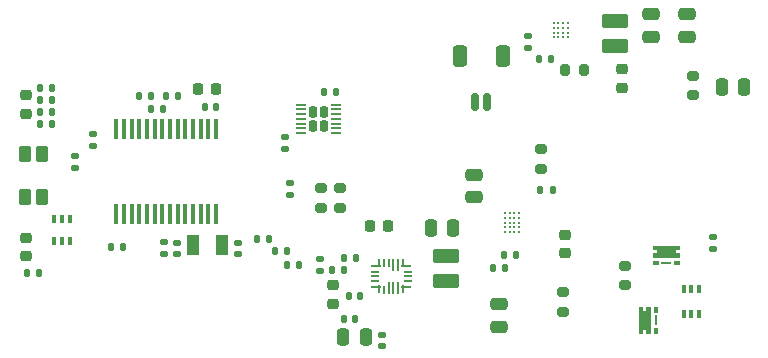
<source format=gbp>
%TF.GenerationSoftware,KiCad,Pcbnew,8.0.6*%
%TF.CreationDate,2024-11-01T16:23:12+09:00*%
%TF.ProjectId,powerups,706f7765-7275-4707-932e-6b696361645f,0.9.2*%
%TF.SameCoordinates,Original*%
%TF.FileFunction,Paste,Bot*%
%TF.FilePolarity,Positive*%
%FSLAX46Y46*%
G04 Gerber Fmt 4.6, Leading zero omitted, Abs format (unit mm)*
G04 Created by KiCad (PCBNEW 8.0.6) date 2024-11-01 16:23:12*
%MOMM*%
%LPD*%
G01*
G04 APERTURE LIST*
G04 Aperture macros list*
%AMRoundRect*
0 Rectangle with rounded corners*
0 $1 Rounding radius*
0 $2 $3 $4 $5 $6 $7 $8 $9 X,Y pos of 4 corners*
0 Add a 4 corners polygon primitive as box body*
4,1,4,$2,$3,$4,$5,$6,$7,$8,$9,$2,$3,0*
0 Add four circle primitives for the rounded corners*
1,1,$1+$1,$2,$3*
1,1,$1+$1,$4,$5*
1,1,$1+$1,$6,$7*
1,1,$1+$1,$8,$9*
0 Add four rect primitives between the rounded corners*
20,1,$1+$1,$2,$3,$4,$5,0*
20,1,$1+$1,$4,$5,$6,$7,0*
20,1,$1+$1,$6,$7,$8,$9,0*
20,1,$1+$1,$8,$9,$2,$3,0*%
%AMFreePoly0*
4,1,33,2.048839,0.848839,2.052500,0.840000,2.052500,0.460000,2.048839,0.451161,2.040000,0.447500,1.692500,0.447500,1.692500,0.202500,2.040000,0.202500,2.048839,0.198839,2.052500,0.190000,2.052500,-0.190000,2.048839,-0.198839,2.040000,-0.202500,-0.240000,-0.202500,-0.246036,-0.200000,-0.250000,-0.200000,-0.250000,-0.196035,-0.252500,-0.190000,-0.252500,0.190000,-0.250000,0.196035,
-0.250000,0.200000,-0.246036,0.200000,-0.240000,0.202500,0.107500,0.202500,0.107500,0.447500,-0.240000,0.447500,-0.248839,0.451161,-0.252500,0.460000,-0.252500,0.840000,-0.248839,0.848839,-0.240000,0.852500,2.040000,0.852500,2.048839,0.848839,2.048839,0.848839,$1*%
G04 Aperture macros list end*
%ADD10C,0.010000*%
%ADD11R,0.350000X0.650000*%
%ADD12RoundRect,0.135000X-0.135000X-0.185000X0.135000X-0.185000X0.135000X0.185000X-0.135000X0.185000X0*%
%ADD13RoundRect,0.250000X0.250000X0.475000X-0.250000X0.475000X-0.250000X-0.475000X0.250000X-0.475000X0*%
%ADD14RoundRect,0.135000X0.135000X0.185000X-0.135000X0.185000X-0.135000X-0.185000X0.135000X-0.185000X0*%
%ADD15RoundRect,0.250000X0.275000X-0.450000X0.275000X0.450000X-0.275000X0.450000X-0.275000X-0.450000X0*%
%ADD16C,0.250000*%
%ADD17RoundRect,0.250000X0.475000X-0.250000X0.475000X0.250000X-0.475000X0.250000X-0.475000X-0.250000X0*%
%ADD18RoundRect,0.180000X0.180000X0.295000X-0.180000X0.295000X-0.180000X-0.295000X0.180000X-0.295000X0*%
%ADD19RoundRect,0.050000X0.337500X0.050000X-0.337500X0.050000X-0.337500X-0.050000X0.337500X-0.050000X0*%
%ADD20RoundRect,0.140000X-0.170000X0.140000X-0.170000X-0.140000X0.170000X-0.140000X0.170000X0.140000X0*%
%ADD21R,0.400000X0.500000*%
%ADD22FreePoly0,270.000000*%
%ADD23R,0.285000X0.920000*%
%ADD24RoundRect,0.200000X-0.275000X0.200000X-0.275000X-0.200000X0.275000X-0.200000X0.275000X0.200000X0*%
%ADD25RoundRect,0.135000X0.185000X-0.135000X0.185000X0.135000X-0.185000X0.135000X-0.185000X-0.135000X0*%
%ADD26RoundRect,0.225000X0.250000X-0.225000X0.250000X0.225000X-0.250000X0.225000X-0.250000X-0.225000X0*%
%ADD27RoundRect,0.225000X-0.225000X-0.250000X0.225000X-0.250000X0.225000X0.250000X-0.225000X0.250000X0*%
%ADD28RoundRect,0.140000X0.140000X0.170000X-0.140000X0.170000X-0.140000X-0.170000X0.140000X-0.170000X0*%
%ADD29RoundRect,0.100000X-0.100000X0.225000X-0.100000X-0.225000X0.100000X-0.225000X0.100000X0.225000X0*%
%ADD30RoundRect,0.218750X0.256250X-0.218750X0.256250X0.218750X-0.256250X0.218750X-0.256250X-0.218750X0*%
%ADD31R,0.450000X1.750000*%
%ADD32RoundRect,0.200000X-0.200000X-0.275000X0.200000X-0.275000X0.200000X0.275000X-0.200000X0.275000X0*%
%ADD33RoundRect,0.200000X0.275000X-0.200000X0.275000X0.200000X-0.275000X0.200000X-0.275000X-0.200000X0*%
%ADD34RoundRect,0.140000X-0.140000X-0.170000X0.140000X-0.170000X0.140000X0.170000X-0.140000X0.170000X0*%
%ADD35R,1.000000X1.800000*%
%ADD36RoundRect,0.225000X-0.250000X0.225000X-0.250000X-0.225000X0.250000X-0.225000X0.250000X0.225000X0*%
%ADD37RoundRect,0.225000X0.225000X0.250000X-0.225000X0.250000X-0.225000X-0.250000X0.225000X-0.250000X0*%
%ADD38RoundRect,0.250000X-0.250000X-0.475000X0.250000X-0.475000X0.250000X0.475000X-0.250000X0.475000X0*%
%ADD39RoundRect,0.140000X0.170000X-0.140000X0.170000X0.140000X-0.170000X0.140000X-0.170000X-0.140000X0*%
%ADD40RoundRect,0.250000X-0.350000X-0.650000X0.350000X-0.650000X0.350000X0.650000X-0.350000X0.650000X0*%
%ADD41RoundRect,0.150000X-0.150000X-0.625000X0.150000X-0.625000X0.150000X0.625000X-0.150000X0.625000X0*%
%ADD42RoundRect,0.250000X-0.475000X0.250000X-0.475000X-0.250000X0.475000X-0.250000X0.475000X0.250000X0*%
%ADD43R,0.500000X0.400000*%
%ADD44FreePoly0,180.000000*%
%ADD45R,0.920000X0.285000*%
%ADD46RoundRect,0.135000X-0.185000X0.135000X-0.185000X-0.135000X0.185000X-0.135000X0.185000X0.135000X0*%
%ADD47RoundRect,0.250000X0.850000X-0.375000X0.850000X0.375000X-0.850000X0.375000X-0.850000X-0.375000X0*%
%ADD48RoundRect,0.050000X-0.337500X-0.050000X0.337500X-0.050000X0.337500X0.050000X-0.337500X0.050000X0*%
%ADD49RoundRect,0.050000X-0.050000X-0.300000X0.050000X-0.300000X0.050000X0.300000X-0.050000X0.300000X0*%
%ADD50RoundRect,0.050000X-0.262500X-0.050000X0.262500X-0.050000X0.262500X0.050000X-0.262500X0.050000X0*%
%ADD51RoundRect,0.050000X-0.050000X-0.259500X0.050000X-0.259500X0.050000X0.259500X-0.050000X0.259500X0*%
%ADD52RoundRect,0.050000X-0.050000X-0.450000X0.050000X-0.450000X0.050000X0.450000X-0.050000X0.450000X0*%
%ADD53RoundRect,0.050000X-0.362500X-0.050000X0.362500X-0.050000X0.362500X0.050000X-0.362500X0.050000X0*%
%ADD54RoundRect,0.050000X-0.250000X-0.050000X0.250000X-0.050000X0.250000X0.050000X-0.250000X0.050000X0*%
G04 APERTURE END LIST*
D10*
%TO.C,Q3*%
X149835027Y-109730000D02*
X149095000Y-109730000D01*
X149095000Y-108809721D01*
X149835027Y-108809721D01*
X149835027Y-109730000D01*
G36*
X149835027Y-109730000D02*
G01*
X149095000Y-109730000D01*
X149095000Y-108809721D01*
X149835027Y-108809721D01*
X149835027Y-109730000D01*
G37*
%TO.C,Q2*%
X151750279Y-103835027D02*
X150830000Y-103835027D01*
X150830000Y-103095000D01*
X151750279Y-103095000D01*
X151750279Y-103835027D01*
G36*
X151750279Y-103835027D02*
G01*
X150830000Y-103835027D01*
X150830000Y-103095000D01*
X151750279Y-103095000D01*
X151750279Y-103835027D01*
G37*
%TD*%
D11*
%TO.C,U5*%
X154052500Y-108757500D03*
X153402500Y-108757500D03*
X152752500Y-108757500D03*
X152752500Y-106657500D03*
X153402500Y-106657500D03*
X154052500Y-106657500D03*
%TD*%
D12*
%TO.C,R27*%
X97140000Y-105300000D03*
X98160000Y-105300000D03*
%TD*%
D13*
%TO.C,C13*%
X125820000Y-110730000D03*
X123920000Y-110730000D03*
%TD*%
D14*
%TO.C,R19*%
X107660000Y-90270000D03*
X106640000Y-90270000D03*
%TD*%
D15*
%TO.C,BTN1*%
X98375000Y-98830000D03*
X98375000Y-95230000D03*
X96935000Y-98830000D03*
X96935000Y-95230000D03*
%TD*%
D16*
%TO.C,U1*%
X138800000Y-100220000D03*
X138400000Y-100220000D03*
X138000000Y-100220000D03*
X137600000Y-100220000D03*
X138800000Y-100620000D03*
X138400000Y-100620000D03*
X138000000Y-100620000D03*
X137600000Y-100620000D03*
X138800000Y-101020000D03*
X138400000Y-101020000D03*
X138000000Y-101020000D03*
X137600000Y-101020000D03*
X138800000Y-101420000D03*
X138400000Y-101420000D03*
X138000000Y-101420000D03*
X137600000Y-101420000D03*
X138800000Y-101820000D03*
X138400000Y-101820000D03*
X138000000Y-101820000D03*
X137600000Y-101820000D03*
%TD*%
D17*
%TO.C,C2*%
X135030000Y-98850000D03*
X135030000Y-96950000D03*
%TD*%
D18*
%TO.C,U7*%
X122270000Y-92820000D03*
X122270000Y-91640000D03*
X121380000Y-92820000D03*
X121380000Y-91640000D03*
D19*
X123312500Y-91030000D03*
X123312500Y-91430000D03*
X123312500Y-91830000D03*
X123312500Y-92230000D03*
X123312500Y-92630000D03*
X123312500Y-93030000D03*
X123312500Y-93430000D03*
X120337500Y-93430000D03*
X120337500Y-93030000D03*
X120337500Y-92630000D03*
X120337500Y-92230000D03*
X120337500Y-91830000D03*
X120337500Y-91430000D03*
X120337500Y-91030000D03*
%TD*%
D20*
%TO.C,C5*%
X109850000Y-102700000D03*
X109850000Y-103660000D03*
%TD*%
D21*
%TO.C,Q3*%
X150440000Y-108370000D03*
X149790000Y-108370000D03*
D22*
X149140000Y-108370000D03*
D21*
X149790000Y-110170000D03*
X149140000Y-110170000D03*
D23*
X150440000Y-109270000D03*
D21*
X150440000Y-110170000D03*
%TD*%
D24*
%TO.C,R4*%
X142550000Y-106895000D03*
X142550000Y-108545000D03*
%TD*%
D25*
%TO.C,R30*%
X119410000Y-98700000D03*
X119410000Y-97680000D03*
%TD*%
D26*
%TO.C,C17*%
X123070000Y-107860000D03*
X123070000Y-106310000D03*
%TD*%
D14*
%TO.C,R6*%
X138580000Y-103760000D03*
X137560000Y-103760000D03*
%TD*%
D26*
%TO.C,C11*%
X142660000Y-103620000D03*
X142660000Y-102070000D03*
%TD*%
D27*
%TO.C,C21*%
X111630000Y-89680000D03*
X113180000Y-89680000D03*
%TD*%
D25*
%TO.C,R15*%
X139550000Y-86260000D03*
X139550000Y-85240000D03*
%TD*%
D28*
%TO.C,C14*%
X124910000Y-109130000D03*
X123950000Y-109130000D03*
%TD*%
D29*
%TO.C,Q1*%
X99460000Y-100670000D03*
X100110000Y-100670000D03*
X100760000Y-100670000D03*
X100760000Y-102570000D03*
X100110000Y-102570000D03*
X99460000Y-102570000D03*
%TD*%
D12*
%TO.C,R26*%
X104290000Y-103060000D03*
X105310000Y-103060000D03*
%TD*%
D30*
%TO.C,LED2*%
X97050000Y-103850000D03*
X97050000Y-102275000D03*
%TD*%
%TO.C,LED1*%
X97020000Y-91777500D03*
X97020000Y-90202500D03*
%TD*%
D12*
%TO.C,R14*%
X140500000Y-87140000D03*
X141520000Y-87140000D03*
%TD*%
%TO.C,R11*%
X122950000Y-105020000D03*
X123970000Y-105020000D03*
%TD*%
D28*
%TO.C,C19*%
X123270000Y-89930000D03*
X122310000Y-89930000D03*
%TD*%
D31*
%TO.C,U4*%
X104700000Y-93100000D03*
X105350000Y-93100000D03*
X106000000Y-93100000D03*
X106650000Y-93100000D03*
X107300000Y-93100000D03*
X107950000Y-93100000D03*
X108600000Y-93100000D03*
X109250000Y-93100000D03*
X109900000Y-93100000D03*
X110550000Y-93100000D03*
X111200000Y-93100000D03*
X111850000Y-93100000D03*
X112500000Y-93100000D03*
X113150000Y-93100000D03*
X113150000Y-100300000D03*
X112500000Y-100300000D03*
X111850000Y-100300000D03*
X111200000Y-100300000D03*
X110550000Y-100300000D03*
X109900000Y-100300000D03*
X109250000Y-100300000D03*
X108600000Y-100300000D03*
X107950000Y-100300000D03*
X107300000Y-100300000D03*
X106650000Y-100300000D03*
X106000000Y-100300000D03*
X105350000Y-100300000D03*
X104700000Y-100300000D03*
%TD*%
D12*
%TO.C,R28*%
X123970000Y-103980000D03*
X124990000Y-103980000D03*
%TD*%
D32*
%TO.C,R13*%
X142695000Y-88110000D03*
X144345000Y-88110000D03*
%TD*%
D24*
%TO.C,R5*%
X140700000Y-94785000D03*
X140700000Y-96435000D03*
%TD*%
D33*
%TO.C,R12*%
X123620000Y-99750000D03*
X123620000Y-98100000D03*
%TD*%
D24*
%TO.C,R24*%
X147816250Y-104670000D03*
X147816250Y-106320000D03*
%TD*%
D14*
%TO.C,R7*%
X99290000Y-90660000D03*
X98270000Y-90660000D03*
%TD*%
D34*
%TO.C,C9*%
X136640000Y-104840000D03*
X137600000Y-104840000D03*
%TD*%
D12*
%TO.C,R25*%
X116650000Y-102370000D03*
X117670000Y-102370000D03*
%TD*%
D35*
%TO.C,Y1*%
X111180000Y-102920000D03*
X113680000Y-102920000D03*
%TD*%
D34*
%TO.C,C10*%
X108930000Y-90300000D03*
X109890000Y-90300000D03*
%TD*%
D36*
%TO.C,C6*%
X147540000Y-88040000D03*
X147540000Y-89590000D03*
%TD*%
D16*
%TO.C,U3*%
X141735000Y-85335000D03*
X142135000Y-85335000D03*
X142535000Y-85335000D03*
X142935000Y-85335000D03*
X141735000Y-84935000D03*
X142135000Y-84935000D03*
X142535000Y-84935000D03*
X142935000Y-84935000D03*
X141735000Y-84535000D03*
X142135000Y-84535000D03*
X142535000Y-84535000D03*
X142935000Y-84535000D03*
X141735000Y-84135000D03*
X142135000Y-84135000D03*
X142535000Y-84135000D03*
X142935000Y-84135000D03*
%TD*%
D17*
%TO.C,C7*%
X149950000Y-85260000D03*
X149950000Y-83360000D03*
%TD*%
D37*
%TO.C,C15*%
X127725000Y-101310000D03*
X126175000Y-101310000D03*
%TD*%
D34*
%TO.C,C22*%
X112220000Y-91230000D03*
X113180000Y-91230000D03*
%TD*%
D38*
%TO.C,C1*%
X155980000Y-89500000D03*
X157880000Y-89500000D03*
%TD*%
D39*
%TO.C,C23*%
X108780000Y-103650000D03*
X108780000Y-102690000D03*
%TD*%
D24*
%TO.C,R18*%
X153516250Y-88580000D03*
X153516250Y-90230000D03*
%TD*%
D40*
%TO.C,CONN6*%
X133810000Y-86940000D03*
X137410000Y-86940000D03*
D41*
X135110000Y-90815000D03*
X136110000Y-90815000D03*
%TD*%
D42*
%TO.C,C3*%
X137100000Y-107920000D03*
X137100000Y-109820000D03*
%TD*%
D43*
%TO.C,Q2*%
X152190000Y-104440000D03*
X152190000Y-103790000D03*
D44*
X152190000Y-103140000D03*
D43*
X150390000Y-103790000D03*
X150390000Y-103140000D03*
D45*
X151290000Y-104440000D03*
D43*
X150390000Y-104440000D03*
%TD*%
D34*
%TO.C,C16*%
X124410000Y-107240000D03*
X125370000Y-107240000D03*
%TD*%
D20*
%TO.C,C20*%
X119000000Y-93790000D03*
X119000000Y-94750000D03*
%TD*%
D46*
%TO.C,R23*%
X155210000Y-102210000D03*
X155210000Y-103230000D03*
%TD*%
D14*
%TO.C,R21*%
X108630000Y-91360000D03*
X107610000Y-91360000D03*
%TD*%
D25*
%TO.C,R29*%
X121990000Y-105080000D03*
X121990000Y-104060000D03*
%TD*%
D20*
%TO.C,C12*%
X127210000Y-110510000D03*
X127210000Y-111470000D03*
%TD*%
D47*
%TO.C,L2*%
X132600000Y-105970000D03*
X132600000Y-103820000D03*
%TD*%
D14*
%TO.C,R10*%
X99290000Y-92660000D03*
X98270000Y-92660000D03*
%TD*%
%TO.C,R22*%
X119150000Y-103430000D03*
X118130000Y-103430000D03*
%TD*%
D38*
%TO.C,C18*%
X131310000Y-101460000D03*
X133210000Y-101460000D03*
%TD*%
D17*
%TO.C,C8*%
X153010000Y-85260000D03*
X153010000Y-83360000D03*
%TD*%
D33*
%TO.C,R17*%
X122020000Y-99745000D03*
X122020000Y-98095000D03*
%TD*%
D12*
%TO.C,R1*%
X140620000Y-98280000D03*
X141640000Y-98280000D03*
%TD*%
D39*
%TO.C,C4*%
X115000000Y-103690000D03*
X115000000Y-102730000D03*
%TD*%
D12*
%TO.C,R20*%
X119130000Y-104640000D03*
X120150000Y-104640000D03*
%TD*%
D14*
%TO.C,R8*%
X99290000Y-91680000D03*
X98270000Y-91680000D03*
%TD*%
D46*
%TO.C,R2*%
X102750000Y-93500000D03*
X102750000Y-94520000D03*
%TD*%
D48*
%TO.C,U6*%
X126672000Y-106420000D03*
D49*
X126960000Y-106670000D03*
D50*
X126597000Y-105963000D03*
X126597000Y-105563000D03*
X126597000Y-105163000D03*
D48*
X126672000Y-104720000D03*
D49*
X126960000Y-104470000D03*
D51*
X127360000Y-104420000D03*
X127760000Y-104420000D03*
D52*
X128160000Y-104610000D03*
X128560000Y-104610000D03*
D49*
X128960000Y-104470000D03*
D53*
X129273000Y-104720000D03*
D54*
X129385000Y-105163000D03*
X129385000Y-105563000D03*
X129385000Y-105963000D03*
D49*
X128960000Y-106670000D03*
D53*
X129273000Y-106420000D03*
D52*
X128560000Y-106520000D03*
X128160000Y-106520000D03*
X127760000Y-106520000D03*
D51*
X127360000Y-106700000D03*
%TD*%
D47*
%TO.C,L1*%
X146900000Y-86050000D03*
X146900000Y-83900000D03*
%TD*%
D14*
%TO.C,R9*%
X99290000Y-89650000D03*
X98270000Y-89650000D03*
%TD*%
D25*
%TO.C,R3*%
X101200000Y-96400000D03*
X101200000Y-95380000D03*
%TD*%
M02*

</source>
